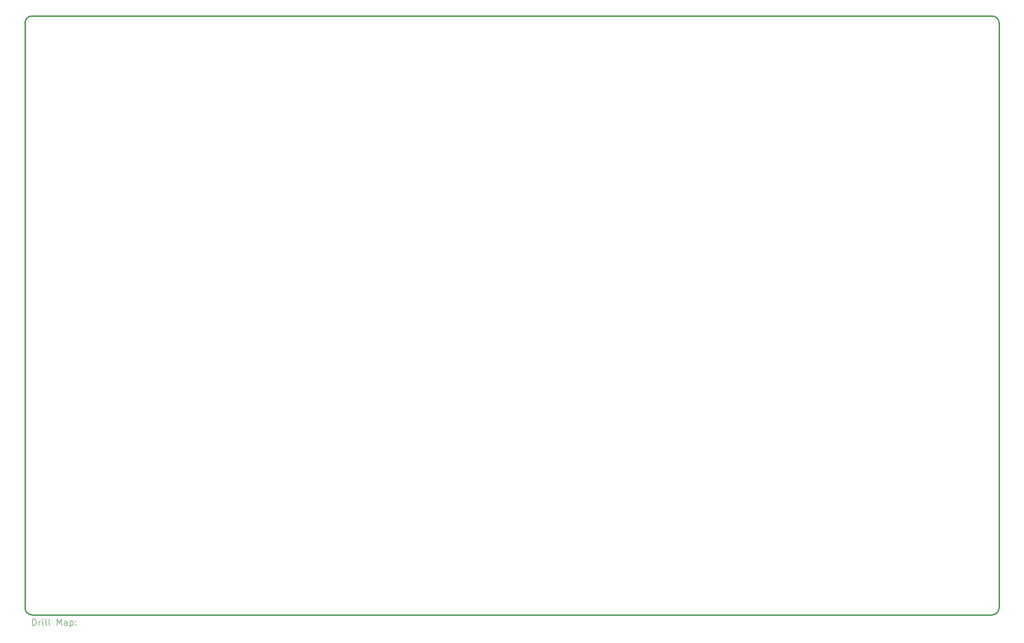
<source format=gbr>
%TF.GenerationSoftware,KiCad,Pcbnew,8.0.5*%
%TF.CreationDate,2024-09-20T21:49:55-04:00*%
%TF.ProjectId,ISA_PC104 Backplane,4953415f-5043-4313-9034-204261636b70,rev?*%
%TF.SameCoordinates,Original*%
%TF.FileFunction,Drillmap*%
%TF.FilePolarity,Positive*%
%FSLAX45Y45*%
G04 Gerber Fmt 4.5, Leading zero omitted, Abs format (unit mm)*
G04 Created by KiCad (PCBNEW 8.0.5) date 2024-09-20 21:49:55*
%MOMM*%
%LPD*%
G01*
G04 APERTURE LIST*
%ADD10C,0.381000*%
%ADD11C,0.200000*%
G04 APERTURE END LIST*
D10*
X39403000Y-24735480D02*
G75*
G02*
X39180480Y-24958250I-222770J0D01*
G01*
X39180480Y-24958247D02*
X8722767Y-24958247D01*
X8500000Y-6176767D02*
G75*
G02*
X8722248Y-5954001I222770J-3D01*
G01*
X39403000Y-6177000D02*
X39403000Y-24735480D01*
X39180233Y-5954233D02*
G75*
G02*
X39402997Y-6177000I-3J-222767D01*
G01*
X8722767Y-24958247D02*
G75*
G02*
X8500003Y-24735480I3J222767D01*
G01*
X8500000Y-24735480D02*
X8500000Y-6176767D01*
X8722248Y-5954000D02*
X39180233Y-5954233D01*
D11*
X8741727Y-25288781D02*
X8741727Y-25088781D01*
X8741727Y-25088781D02*
X8789346Y-25088781D01*
X8789346Y-25088781D02*
X8817917Y-25098304D01*
X8817917Y-25098304D02*
X8836965Y-25117352D01*
X8836965Y-25117352D02*
X8846489Y-25136400D01*
X8846489Y-25136400D02*
X8856013Y-25174495D01*
X8856013Y-25174495D02*
X8856013Y-25203066D01*
X8856013Y-25203066D02*
X8846489Y-25241162D01*
X8846489Y-25241162D02*
X8836965Y-25260209D01*
X8836965Y-25260209D02*
X8817917Y-25279257D01*
X8817917Y-25279257D02*
X8789346Y-25288781D01*
X8789346Y-25288781D02*
X8741727Y-25288781D01*
X8941727Y-25288781D02*
X8941727Y-25155447D01*
X8941727Y-25193543D02*
X8951251Y-25174495D01*
X8951251Y-25174495D02*
X8960774Y-25164971D01*
X8960774Y-25164971D02*
X8979822Y-25155447D01*
X8979822Y-25155447D02*
X8998870Y-25155447D01*
X9065536Y-25288781D02*
X9065536Y-25155447D01*
X9065536Y-25088781D02*
X9056013Y-25098304D01*
X9056013Y-25098304D02*
X9065536Y-25107828D01*
X9065536Y-25107828D02*
X9075060Y-25098304D01*
X9075060Y-25098304D02*
X9065536Y-25088781D01*
X9065536Y-25088781D02*
X9065536Y-25107828D01*
X9189346Y-25288781D02*
X9170298Y-25279257D01*
X9170298Y-25279257D02*
X9160774Y-25260209D01*
X9160774Y-25260209D02*
X9160774Y-25088781D01*
X9294108Y-25288781D02*
X9275060Y-25279257D01*
X9275060Y-25279257D02*
X9265536Y-25260209D01*
X9265536Y-25260209D02*
X9265536Y-25088781D01*
X9522679Y-25288781D02*
X9522679Y-25088781D01*
X9522679Y-25088781D02*
X9589346Y-25231638D01*
X9589346Y-25231638D02*
X9656013Y-25088781D01*
X9656013Y-25088781D02*
X9656013Y-25288781D01*
X9836965Y-25288781D02*
X9836965Y-25184019D01*
X9836965Y-25184019D02*
X9827441Y-25164971D01*
X9827441Y-25164971D02*
X9808394Y-25155447D01*
X9808394Y-25155447D02*
X9770298Y-25155447D01*
X9770298Y-25155447D02*
X9751251Y-25164971D01*
X9836965Y-25279257D02*
X9817917Y-25288781D01*
X9817917Y-25288781D02*
X9770298Y-25288781D01*
X9770298Y-25288781D02*
X9751251Y-25279257D01*
X9751251Y-25279257D02*
X9741727Y-25260209D01*
X9741727Y-25260209D02*
X9741727Y-25241162D01*
X9741727Y-25241162D02*
X9751251Y-25222114D01*
X9751251Y-25222114D02*
X9770298Y-25212590D01*
X9770298Y-25212590D02*
X9817917Y-25212590D01*
X9817917Y-25212590D02*
X9836965Y-25203066D01*
X9932203Y-25155447D02*
X9932203Y-25355447D01*
X9932203Y-25164971D02*
X9951251Y-25155447D01*
X9951251Y-25155447D02*
X9989346Y-25155447D01*
X9989346Y-25155447D02*
X10008394Y-25164971D01*
X10008394Y-25164971D02*
X10017917Y-25174495D01*
X10017917Y-25174495D02*
X10027441Y-25193543D01*
X10027441Y-25193543D02*
X10027441Y-25250685D01*
X10027441Y-25250685D02*
X10017917Y-25269733D01*
X10017917Y-25269733D02*
X10008394Y-25279257D01*
X10008394Y-25279257D02*
X9989346Y-25288781D01*
X9989346Y-25288781D02*
X9951251Y-25288781D01*
X9951251Y-25288781D02*
X9932203Y-25279257D01*
X10113155Y-25269733D02*
X10122679Y-25279257D01*
X10122679Y-25279257D02*
X10113155Y-25288781D01*
X10113155Y-25288781D02*
X10103632Y-25279257D01*
X10103632Y-25279257D02*
X10113155Y-25269733D01*
X10113155Y-25269733D02*
X10113155Y-25288781D01*
X10113155Y-25164971D02*
X10122679Y-25174495D01*
X10122679Y-25174495D02*
X10113155Y-25184019D01*
X10113155Y-25184019D02*
X10103632Y-25174495D01*
X10103632Y-25174495D02*
X10113155Y-25164971D01*
X10113155Y-25164971D02*
X10113155Y-25184019D01*
M02*

</source>
